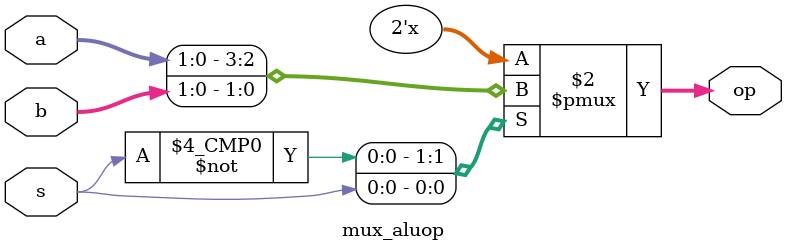
<source format=v>
`timescale 1ns / 1ps


module mux_aluop(a,b,s,op);
input [1:0]a,b;
input s;
output reg [1:0]op;
always@(*)
case(s)
1'b0:op<=a;
1'b1:op<=b; 
endcase
endmodule
</source>
